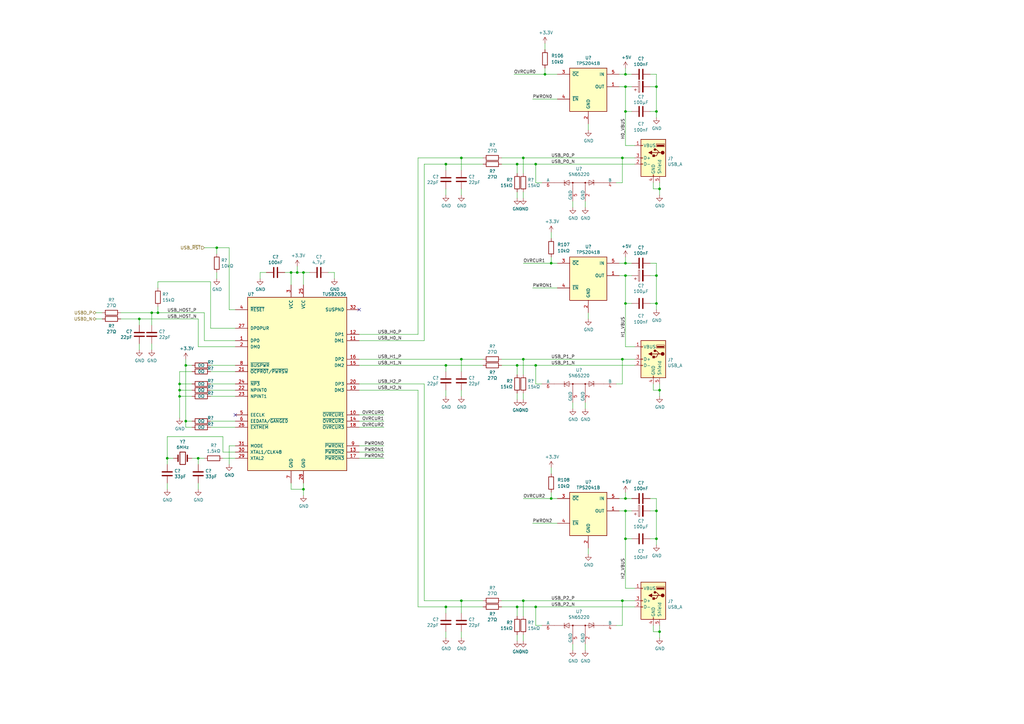
<source format=kicad_sch>
(kicad_sch (version 20230121) (generator eeschema)
  (paper "A3")
  (junction (at 270.51 77.47))
  (junction (at 269.24 209.55))
  (junction (at 255.27 147.32))
  (junction (at 88.9 101.6))
  (junction (at 124.46 111.76))
  (junction (at 269.24 35.56))
  (junction (at 212.09 248.92))
  (junction (at 255.27 246.38))
  (junction (at 269.24 113.03))
  (junction (at 73.66 160.02))
  (junction (at 219.71 67.31))
  (junction (at 214.63 246.38))
  (junction (at 219.71 149.86))
  (junction (at 62.23 128.27))
  (junction (at 256.54 45.72))
  (junction (at 119.38 111.76))
  (junction (at 256.54 107.95))
  (junction (at 269.24 124.46))
  (junction (at 76.2 149.86))
  (junction (at 226.06 107.95))
  (junction (at 256.54 124.46))
  (junction (at 255.27 64.77))
  (junction (at 189.23 64.77))
  (junction (at 270.51 160.02))
  (junction (at 189.23 246.38))
  (junction (at 189.23 147.32))
  (junction (at 212.09 149.86))
  (junction (at 68.58 187.96))
  (junction (at 81.28 187.96))
  (junction (at 182.88 67.31))
  (junction (at 182.88 149.86))
  (junction (at 121.92 111.76))
  (junction (at 73.66 157.48))
  (junction (at 214.63 147.32))
  (junction (at 226.06 204.47))
  (junction (at 219.71 248.92))
  (junction (at 256.54 30.48))
  (junction (at 57.15 130.81))
  (junction (at 124.46 200.66))
  (junction (at 182.88 248.92))
  (junction (at 76.2 172.72))
  (junction (at 256.54 113.03))
  (junction (at 256.54 204.47))
  (junction (at 256.54 209.55))
  (junction (at 269.24 45.72))
  (junction (at 269.24 220.98))
  (junction (at 270.51 259.08))
  (junction (at 212.09 67.31))
  (junction (at 214.63 64.77))
  (junction (at 256.54 220.98))
  (junction (at 256.54 35.56))
  (junction (at 223.52 30.48))
  (junction (at 73.66 162.56))
  (junction (at 64.77 128.27))
  (no_connect (at 96.52 170.18))
  (no_connect (at 147.32 127))
  (wire (pts (xy 119.38 198.12) (xy 119.38 200.66)))
  (wire (pts (xy 256.54 241.3) (xy 260.35 241.3)))
  (wire (pts (xy 93.98 182.88) (xy 93.98 190.5)))
  (wire (pts (xy 76.2 149.86) (xy 76.2 172.72)))
  (wire (pts (xy 255.27 147.32) (xy 255.27 157.48)))
  (wire (pts (xy 83.82 139.7) (xy 96.52 139.7)))
  (wire (pts (xy 205.74 149.86) (xy 212.09 149.86)))
  (wire (pts (xy 267.97 77.47) (xy 270.51 77.47)))
  (wire (pts (xy 240.03 82.55) (xy 240.03 85.09)))
  (wire (pts (xy 134.62 111.76) (xy 137.16 111.76)))
  (wire (pts (xy 256.54 35.56) (xy 256.54 45.72)))
  (wire (pts (xy 267.97 259.08) (xy 270.51 259.08)))
  (wire (pts (xy 266.7 220.98) (xy 269.24 220.98)))
  (wire (pts (xy 78.74 152.4) (xy 73.66 152.4)))
  (wire (pts (xy 116.84 111.76) (xy 119.38 111.76)))
  (wire (pts (xy 254 113.03) (xy 256.54 113.03)))
  (wire (pts (xy 212.09 149.86) (xy 219.71 149.86)))
  (wire (pts (xy 270.51 259.08) (xy 270.51 256.54)))
  (wire (pts (xy 157.48 185.42) (xy 147.32 185.42)))
  (wire (pts (xy 86.36 160.02) (xy 96.52 160.02)))
  (wire (pts (xy 269.24 220.98) (xy 269.24 223.52)))
  (wire (pts (xy 62.23 128.27) (xy 64.77 128.27)))
  (wire (pts (xy 214.63 147.32) (xy 255.27 147.32)))
  (wire (pts (xy 88.9 101.6) (xy 93.98 101.6)))
  (wire (pts (xy 256.54 124.46) (xy 256.54 142.24)))
  (wire (pts (xy 49.53 128.27) (xy 62.23 128.27)))
  (wire (pts (xy 212.09 161.29) (xy 212.09 163.83)))
  (wire (pts (xy 173.99 67.31) (xy 173.99 139.7)))
  (wire (pts (xy 189.23 259.08) (xy 189.23 261.62)))
  (wire (pts (xy 68.58 179.07) (xy 68.58 187.96)))
  (wire (pts (xy 240.03 264.16) (xy 240.03 266.7)))
  (wire (pts (xy 121.92 111.76) (xy 124.46 111.76)))
  (wire (pts (xy 189.23 77.47) (xy 189.23 80.01)))
  (wire (pts (xy 234.95 264.16) (xy 234.95 266.7)))
  (wire (pts (xy 119.38 200.66) (xy 124.46 200.66)))
  (wire (pts (xy 256.54 30.48) (xy 259.08 30.48)))
  (wire (pts (xy 260.35 67.31) (xy 219.71 67.31)))
  (wire (pts (xy 266.7 209.55) (xy 269.24 209.55)))
  (wire (pts (xy 256.54 220.98) (xy 259.08 220.98)))
  (wire (pts (xy 256.54 220.98) (xy 256.54 241.3)))
  (wire (pts (xy 234.95 82.55) (xy 234.95 85.09)))
  (wire (pts (xy 254 107.95) (xy 256.54 107.95)))
  (wire (pts (xy 241.3 50.8) (xy 241.3 53.34)))
  (wire (pts (xy 212.09 248.92) (xy 219.71 248.92)))
  (wire (pts (xy 182.88 67.31) (xy 198.12 67.31)))
  (wire (pts (xy 88.9 101.6) (xy 83.82 101.6)))
  (wire (pts (xy 73.66 160.02) (xy 73.66 162.56)))
  (wire (pts (xy 241.3 224.79) (xy 241.3 227.33)))
  (wire (pts (xy 260.35 246.38) (xy 255.27 246.38)))
  (wire (pts (xy 88.9 114.3) (xy 88.9 111.76)))
  (wire (pts (xy 91.44 185.42) (xy 91.44 179.07)))
  (wire (pts (xy 255.27 74.93) (xy 252.73 74.93)))
  (wire (pts (xy 218.44 214.63) (xy 228.6 214.63)))
  (wire (pts (xy 171.45 64.77) (xy 171.45 137.16)))
  (wire (pts (xy 266.7 107.95) (xy 269.24 107.95)))
  (wire (pts (xy 86.36 172.72) (xy 96.52 172.72)))
  (wire (pts (xy 83.82 187.96) (xy 81.28 187.96)))
  (wire (pts (xy 57.15 130.81) (xy 49.53 130.81)))
  (wire (pts (xy 219.71 157.48) (xy 222.25 157.48)))
  (wire (pts (xy 269.24 45.72) (xy 269.24 48.26)))
  (wire (pts (xy 96.52 134.62) (xy 86.36 134.62)))
  (wire (pts (xy 71.12 187.96) (xy 68.58 187.96)))
  (wire (pts (xy 270.51 160.02) (xy 270.51 162.56)))
  (wire (pts (xy 256.54 30.48) (xy 256.54 27.94)))
  (wire (pts (xy 219.71 256.54) (xy 222.25 256.54)))
  (wire (pts (xy 62.23 140.97) (xy 62.23 143.51)))
  (wire (pts (xy 147.32 147.32) (xy 189.23 147.32)))
  (wire (pts (xy 119.38 111.76) (xy 121.92 111.76)))
  (wire (pts (xy 240.03 165.1) (xy 240.03 167.64)))
  (wire (pts (xy 182.88 160.02) (xy 182.88 162.56)))
  (wire (pts (xy 119.38 116.84) (xy 119.38 111.76)))
  (wire (pts (xy 260.35 64.77) (xy 255.27 64.77)))
  (wire (pts (xy 254 30.48) (xy 256.54 30.48)))
  (wire (pts (xy 269.24 209.55) (xy 269.24 220.98)))
  (wire (pts (xy 260.35 147.32) (xy 255.27 147.32)))
  (wire (pts (xy 171.45 160.02) (xy 147.32 160.02)))
  (wire (pts (xy 106.68 114.3) (xy 106.68 111.76)))
  (wire (pts (xy 241.3 128.27) (xy 241.3 130.81)))
  (wire (pts (xy 171.45 160.02) (xy 171.45 248.92)))
  (wire (pts (xy 182.88 149.86) (xy 198.12 149.86)))
  (wire (pts (xy 214.63 147.32) (xy 214.63 153.67)))
  (wire (pts (xy 121.92 111.76) (xy 121.92 109.22)))
  (wire (pts (xy 78.74 187.96) (xy 81.28 187.96)))
  (wire (pts (xy 256.54 107.95) (xy 256.54 105.41)))
  (wire (pts (xy 173.99 157.48) (xy 147.32 157.48)))
  (wire (pts (xy 226.06 95.25) (xy 226.06 97.79)))
  (wire (pts (xy 93.98 101.6) (xy 93.98 127)))
  (wire (pts (xy 81.28 142.24) (xy 81.28 130.81)))
  (wire (pts (xy 212.09 78.74) (xy 212.09 81.28)))
  (wire (pts (xy 219.71 74.93) (xy 222.25 74.93)))
  (wire (pts (xy 157.48 182.88) (xy 147.32 182.88)))
  (wire (pts (xy 88.9 104.14) (xy 88.9 101.6)))
  (wire (pts (xy 182.88 248.92) (xy 198.12 248.92)))
  (wire (pts (xy 256.54 107.95) (xy 259.08 107.95)))
  (wire (pts (xy 78.74 157.48) (xy 73.66 157.48)))
  (wire (pts (xy 205.74 147.32) (xy 214.63 147.32)))
  (wire (pts (xy 68.58 198.12) (xy 68.58 200.66)))
  (wire (pts (xy 68.58 187.96) (xy 68.58 190.5)))
  (wire (pts (xy 218.44 40.64) (xy 228.6 40.64)))
  (wire (pts (xy 91.44 187.96) (xy 96.52 187.96)))
  (wire (pts (xy 266.7 35.56) (xy 269.24 35.56)))
  (wire (pts (xy 124.46 200.66) (xy 124.46 198.12)))
  (wire (pts (xy 198.12 147.32) (xy 189.23 147.32)))
  (wire (pts (xy 41.91 128.27) (xy 39.37 128.27)))
  (wire (pts (xy 256.54 142.24) (xy 260.35 142.24)))
  (wire (pts (xy 86.36 162.56) (xy 96.52 162.56)))
  (wire (pts (xy 62.23 128.27) (xy 62.23 133.35)))
  (wire (pts (xy 86.36 152.4) (xy 96.52 152.4)))
  (wire (pts (xy 214.63 204.47) (xy 226.06 204.47)))
  (wire (pts (xy 254 204.47) (xy 256.54 204.47)))
  (wire (pts (xy 256.54 113.03) (xy 259.08 113.03)))
  (wire (pts (xy 93.98 127) (xy 96.52 127)))
  (wire (pts (xy 269.24 35.56) (xy 269.24 45.72)))
  (wire (pts (xy 212.09 67.31) (xy 219.71 67.31)))
  (wire (pts (xy 223.52 17.78) (xy 223.52 20.32)))
  (wire (pts (xy 182.88 259.08) (xy 182.88 261.62)))
  (wire (pts (xy 173.99 139.7) (xy 147.32 139.7)))
  (wire (pts (xy 219.71 248.92) (xy 219.71 256.54)))
  (wire (pts (xy 214.63 64.77) (xy 255.27 64.77)))
  (wire (pts (xy 86.36 157.48) (xy 96.52 157.48)))
  (wire (pts (xy 205.74 64.77) (xy 214.63 64.77)))
  (wire (pts (xy 270.51 77.47) (xy 270.51 74.93)))
  (wire (pts (xy 255.27 64.77) (xy 255.27 74.93)))
  (wire (pts (xy 189.23 147.32) (xy 189.23 152.4)))
  (wire (pts (xy 64.77 115.57) (xy 64.77 118.11)))
  (wire (pts (xy 157.48 187.96) (xy 147.32 187.96)))
  (wire (pts (xy 219.71 67.31) (xy 219.71 74.93)))
  (wire (pts (xy 205.74 67.31) (xy 212.09 67.31)))
  (wire (pts (xy 212.09 248.92) (xy 212.09 252.73)))
  (wire (pts (xy 182.88 248.92) (xy 182.88 251.46)))
  (wire (pts (xy 189.23 64.77) (xy 189.23 69.85)))
  (wire (pts (xy 256.54 59.69) (xy 260.35 59.69)))
  (wire (pts (xy 223.52 30.48) (xy 228.6 30.48)))
  (wire (pts (xy 214.63 64.77) (xy 214.63 71.12)))
  (wire (pts (xy 64.77 128.27) (xy 83.82 128.27)))
  (wire (pts (xy 260.35 248.92) (xy 219.71 248.92)))
  (wire (pts (xy 255.27 256.54) (xy 252.73 256.54)))
  (wire (pts (xy 226.06 191.77) (xy 226.06 194.31)))
  (wire (pts (xy 198.12 64.77) (xy 189.23 64.77)))
  (wire (pts (xy 212.09 260.35) (xy 212.09 262.89)))
  (wire (pts (xy 212.09 67.31) (xy 212.09 71.12)))
  (wire (pts (xy 86.36 115.57) (xy 64.77 115.57)))
  (wire (pts (xy 226.06 201.93) (xy 226.06 204.47)))
  (wire (pts (xy 182.88 77.47) (xy 182.88 80.01)))
  (wire (pts (xy 223.52 27.94) (xy 223.52 30.48)))
  (wire (pts (xy 256.54 204.47) (xy 256.54 201.93)))
  (wire (pts (xy 39.37 130.81) (xy 41.91 130.81)))
  (wire (pts (xy 171.45 248.92) (xy 182.88 248.92)))
  (wire (pts (xy 78.74 149.86) (xy 76.2 149.86)))
  (wire (pts (xy 214.63 246.38) (xy 255.27 246.38)))
  (wire (pts (xy 173.99 67.31) (xy 182.88 67.31)))
  (wire (pts (xy 254 35.56) (xy 256.54 35.56)))
  (wire (pts (xy 266.7 113.03) (xy 269.24 113.03)))
  (wire (pts (xy 214.63 260.35) (xy 214.63 262.89)))
  (wire (pts (xy 137.16 111.76) (xy 137.16 114.3)))
  (wire (pts (xy 269.24 107.95) (xy 269.24 113.03)))
  (wire (pts (xy 198.12 246.38) (xy 189.23 246.38)))
  (wire (pts (xy 255.27 246.38) (xy 255.27 256.54)))
  (wire (pts (xy 266.7 30.48) (xy 269.24 30.48)))
  (wire (pts (xy 266.7 204.47) (xy 269.24 204.47)))
  (wire (pts (xy 269.24 124.46) (xy 269.24 127)))
  (wire (pts (xy 256.54 209.55) (xy 259.08 209.55)))
  (wire (pts (xy 256.54 209.55) (xy 256.54 220.98)))
  (wire (pts (xy 86.36 175.26) (xy 96.52 175.26)))
  (wire (pts (xy 147.32 149.86) (xy 182.88 149.86)))
  (wire (pts (xy 256.54 45.72) (xy 256.54 59.69)))
  (wire (pts (xy 270.51 157.48) (xy 270.51 160.02)))
  (wire (pts (xy 255.27 157.48) (xy 252.73 157.48)))
  (wire (pts (xy 234.95 165.1) (xy 234.95 167.64)))
  (wire (pts (xy 214.63 161.29) (xy 214.63 163.83)))
  (wire (pts (xy 86.36 134.62) (xy 86.36 115.57)))
  (wire (pts (xy 81.28 187.96) (xy 81.28 190.5)))
  (wire (pts (xy 214.63 246.38) (xy 214.63 252.73)))
  (wire (pts (xy 73.66 162.56) (xy 73.66 171.45)))
  (wire (pts (xy 157.48 175.26) (xy 147.32 175.26)))
  (wire (pts (xy 96.52 185.42) (xy 91.44 185.42)))
  (wire (pts (xy 81.28 130.81) (xy 57.15 130.81)))
  (wire (pts (xy 78.74 160.02) (xy 73.66 160.02)))
  (wire (pts (xy 266.7 45.72) (xy 269.24 45.72)))
  (wire (pts (xy 76.2 149.86) (xy 76.2 147.32)))
  (wire (pts (xy 210.82 30.48) (xy 223.52 30.48)))
  (wire (pts (xy 96.52 182.88) (xy 93.98 182.88)))
  (wire (pts (xy 76.2 172.72) (xy 76.2 175.26)))
  (wire (pts (xy 78.74 162.56) (xy 73.66 162.56)))
  (wire (pts (xy 205.74 246.38) (xy 214.63 246.38)))
  (wire (pts (xy 173.99 157.48) (xy 173.99 246.38)))
  (wire (pts (xy 96.52 142.24) (xy 81.28 142.24)))
  (wire (pts (xy 157.48 172.72) (xy 147.32 172.72)))
  (wire (pts (xy 73.66 152.4) (xy 73.66 157.48)))
  (wire (pts (xy 256.54 113.03) (xy 256.54 124.46)))
  (wire (pts (xy 256.54 45.72) (xy 259.08 45.72)))
  (wire (pts (xy 124.46 200.66) (xy 124.46 203.2)))
  (wire (pts (xy 269.24 30.48) (xy 269.24 35.56)))
  (wire (pts (xy 189.23 160.02) (xy 189.23 162.56)))
  (wire (pts (xy 81.28 198.12) (xy 81.28 200.66)))
  (wire (pts (xy 171.45 64.77) (xy 189.23 64.77)))
  (wire (pts (xy 205.74 248.92) (xy 212.09 248.92)))
  (wire (pts (xy 266.7 124.46) (xy 269.24 124.46)))
  (wire (pts (xy 214.63 78.74) (xy 214.63 81.28)))
  (wire (pts (xy 269.24 204.47) (xy 269.24 209.55)))
  (wire (pts (xy 91.44 179.07) (xy 68.58 179.07)))
  (wire (pts (xy 226.06 107.95) (xy 228.6 107.95)))
  (wire (pts (xy 86.36 149.86) (xy 96.52 149.86)))
  (wire (pts (xy 267.97 160.02) (xy 270.51 160.02)))
  (wire (pts (xy 57.15 133.35) (xy 57.15 130.81)))
  (wire (pts (xy 214.63 107.95) (xy 226.06 107.95)))
  (wire (pts (xy 76.2 172.72) (xy 78.74 172.72)))
  (wire (pts (xy 124.46 116.84) (xy 124.46 111.76)))
  (wire (pts (xy 76.2 175.26) (xy 78.74 175.26)))
  (wire (pts (xy 267.97 74.93) (xy 267.97 77.47)))
  (wire (pts (xy 73.66 157.48) (xy 73.66 160.02)))
  (wire (pts (xy 226.06 105.41) (xy 226.06 107.95)))
  (wire (pts (xy 267.97 157.48) (xy 267.97 160.02)))
  (wire (pts (xy 256.54 124.46) (xy 259.08 124.46)))
  (wire (pts (xy 57.15 140.97) (xy 57.15 143.51)))
  (wire (pts (xy 124.46 111.76) (xy 127 111.76)))
  (wire (pts (xy 171.45 137.16) (xy 147.32 137.16)))
  (wire (pts (xy 254 209.55) (xy 256.54 209.55)))
  (wire (pts (xy 218.44 118.11) (xy 228.6 118.11)))
  (wire (pts (xy 256.54 204.47) (xy 259.08 204.47)))
  (wire (pts (xy 256.54 35.56) (xy 259.08 35.56)))
  (wire (pts (xy 270.51 259.08) (xy 270.51 261.62)))
  (wire (pts (xy 260.35 149.86) (xy 219.71 149.86)))
  (wire (pts (xy 106.68 111.76) (xy 109.22 111.76)))
  (wire (pts (xy 182.88 67.31) (xy 182.88 69.85)))
  (wire (pts (xy 83.82 128.27) (xy 83.82 139.7)))
  (wire (pts (xy 269.24 113.03) (xy 269.24 124.46)))
  (wire (pts (xy 173.99 246.38) (xy 189.23 246.38)))
  (wire (pts (xy 219.71 149.86) (xy 219.71 157.48)))
  (wire (pts (xy 226.06 204.47) (xy 228.6 204.47)))
  (wire (pts (xy 64.77 128.27) (xy 64.77 125.73)))
  (wire (pts (xy 270.51 77.47) (xy 270.51 80.01)))
  (wire (pts (xy 189.23 246.38) (xy 189.23 251.46)))
  (wire (pts (xy 182.88 149.86) (xy 182.88 152.4)))
  (wire (pts (xy 212.09 149.86) (xy 212.09 153.67)))
  (wire (pts (xy 267.97 256.54) (xy 267.97 259.08)))
  (wire (pts (xy 157.48 170.18) (xy 147.32 170.18)))
  (label "USB_P2_N" (at 226.06 248.92 0))
  (label "USB_P0_P" (at 226.06 64.77 0))
  (label "OVRCUR2" (at 157.48 175.26 180))
  (label "PWRON2" (at 157.48 187.96 180))
  (label "USB_H1_N" (at 154.94 149.86 0))
  (label "PWRON0" (at 157.48 182.88 180))
  (label "OVRCUR1" (at 157.48 172.72 180))
  (label "USB_HOST_P" (at 68.58 128.27 0))
  (label "USB_P0_N" (at 226.06 67.31 0))
  (label "PWRON1" (at 157.48 185.42 180))
  (label "OVRCUR1" (at 214.63 107.95 0))
  (label "PWRON2" (at 218.44 214.63 0))
  (label "USB_H2_N" (at 154.94 160.02 0))
  (label "USB_P2_P" (at 226.06 246.38 0))
  (label "OVRCUR0" (at 157.48 170.18 180))
  (label "OVRCUR0" (at 210.82 30.48 0))
  (label "H0_VBUS" (at 256.54 57.15 90))
  (label "PWRON1" (at 218.44 118.11 0))
  (label "H1_VBUS" (at 256.54 138.43 90))
  (label "USB_H1_P" (at 154.94 147.32 0))
  (label "H2_VBUS" (at 256.54 237.49 90))
  (label "USB_P1_P" (at 226.06 147.32 0))
  (label "USB_H0_N" (at 154.94 139.7 0))
  (label "USB_HOST_N" (at 68.58 130.81 0))
  (label "USB_P1_N" (at 226.06 149.86 0))
  (label "USB_H2_P" (at 154.94 157.48 0))
  (label "PWRON0" (at 218.44 40.64 0))
  (label "OVRCUR2" (at 214.63 204.47 0))
  (label "USB_H0_P" (at 154.94 137.16 0))
  (hierarchical_label "USB_~{RST}" (shape input) (at 83.82 101.6 180))
  (hierarchical_label "USBD_N" (shape bidirectional) (at 39.37 130.81 180))
  (hierarchical_label "USBD_P" (shape bidirectional) (at 39.37 128.27 180))
  (symbol (lib_id "power:GND") (at 240.03 266.7 0) (unit 1)
    (property "Reference" "#PWR?" (effects hide))
    (property "Value" "GND" (at 240.157 271.0942 0))
    (instances (project "stmpc2" (path "" (reference "#PWR?") (unit 1))) (project "d1000" (path "" (reference "#PWR0137") (unit 1))))
  )
  (symbol (lib_id "power:+3.3V") (at 121.92 109.22 0) (unit 1)
    (property "Reference" "#PWR?" (effects hide))
    (property "Value" "+3.3V" (at 122.301 104.8258 0))
    (instances (project "stmpc2" (path "" (reference "#PWR?") (unit 1))) (project "d1000" (path "" (reference "#PWR0114") (unit 1))))
  )
  (symbol (lib_id "Device:R") (at 201.93 64.77 270) (unit 1)
    (property "Reference" "R?" (at 201.93 59.5122 90))
    (property "Value" "27Ω" (at 201.93 61.8236 90))
    (property "Footprint" "Resistor_SMD:R_0603_1608Metric_Pad0.98x0.95mm_HandSolder" (effects hide))
    (instances (project "stmpc2" (path "" (reference "R?") (unit 1))) (project "d1000" (path "" (reference "R94") (unit 1))))
  )
  (symbol (lib_id "power:GND") (at 57.15 143.51 0) (unit 1)
    (property "Reference" "#PWR?" (effects hide))
    (property "Value" "GND" (at 57.277 147.9042 0))
    (instances (project "stmpc2" (path "" (reference "#PWR?") (unit 1))) (project "d1000" (path "" (reference "#PWR0105") (unit 1))))
  )
  (symbol (lib_id "power:GND") (at 240.03 167.64 0) (unit 1)
    (property "Reference" "#PWR?" (effects hide))
    (property "Value" "GND" (at 240.157 172.0342 0))
    (instances (project "stmpc2" (path "" (reference "#PWR?") (unit 1))) (project "d1000" (path "" (reference "#PWR0136") (unit 1))))
  )
  (symbol (lib_id "Device:R") (at 212.09 256.54 180) (unit 1)
    (property "Reference" "R?" (at 210.312 255.3716 0) (effects (justify left)))
    (property "Value" "15kΩ" (at 210.312 257.683 0) (effects (justify left)))
    (property "Footprint" "Resistor_SMD:R_0603_1608Metric_Pad0.98x0.95mm_HandSolder" (effects hide))
    (instances (project "stmpc2" (path "" (reference "R?") (unit 1))) (project "d1000" (path "" (reference "R102") (unit 1))))
  )
  (symbol (lib_id "Device:R") (at 82.55 172.72 270) (unit 1)
    (property "Reference" "R?" (at 85.09 171.45 90) (effects (justify left)))
    (property "Value" "0Ω" (at 82.55 172.72 90))
    (property "Footprint" "Resistor_SMD:R_0603_1608Metric_Pad0.98x0.95mm_HandSolder" (effects hide))
    (instances (project "stmpc2" (path "" (reference "R?") (unit 1))) (project "d1000" (path "" (reference "R90") (unit 1))))
  )
  (symbol (lib_id "Device:C") (at 262.89 30.48 270) (unit 1)
    (property "Reference" "C?" (at 262.89 24.0792 90))
    (property "Value" "100nF" (at 262.89 26.3906 90))
    (property "Footprint" "Capacitor_SMD:C_0603_1608Metric_Pad1.08x0.95mm_HandSolder" (effects hide))
    (property "Part number" "Generic 0603 X7R  50V 10%" (effects hide))
    (instances (project "stmpc2" (path "" (reference "C?") (unit 1))) (project "d1000" (path "" (reference "C78") (unit 1))))
  )
  (symbol (lib_id "power:GND") (at 269.24 48.26 0) (unit 1)
    (property "Reference" "#PWR?" (effects hide))
    (property "Value" "GND" (at 269.367 52.6542 0))
    (instances (project "stmpc2" (path "" (reference "#PWR?") (unit 1))) (project "d1000" (path "" (reference "#PWR0144") (unit 1))))
  )
  (symbol (lib_id "power:GND") (at 234.95 266.7 0) (unit 1)
    (property "Reference" "#PWR?" (effects hide))
    (property "Value" "GND" (at 235.077 271.0942 0))
    (instances (project "stmpc2" (path "" (reference "#PWR?") (unit 1))) (project "d1000" (path "" (reference "#PWR0134") (unit 1))))
  )
  (symbol (lib_id "power:+5V") (at 256.54 27.94 0) (unit 1)
    (property "Reference" "#PWR?" (effects hide))
    (property "Value" "+5V" (at 256.921 23.5458 0))
    (instances (project "stmpc2" (path "" (reference "#PWR?") (unit 1))) (project "d1000" (path "" (reference "#PWR0141") (unit 1))))
  )
  (symbol (lib_id "Connector:USB_A") (at 267.97 147.32 0) (mirror y) (unit 1)
    (property "Reference" "J?" (at 273.812 147.5994 0) (effects (justify right)))
    (property "Value" "USB_A" (at 273.812 149.9108 0) (effects (justify right)))
    (property "Footprint" "Connector_USB:USB_A_Molex_67643_Horizontal" (effects hide))
    (property "Datasheet" " ~" (effects hide))
    (instances (project "stmpc2" (path "" (reference "J?") (unit 1))) (project "d1000" (path "" (reference "J10") (unit 1))))
  )
  (symbol (lib_id "Device:R") (at 201.93 147.32 270) (unit 1)
    (property "Reference" "R?" (at 201.93 142.0622 90))
    (property "Value" "27Ω" (at 201.93 144.3736 90))
    (property "Footprint" "Resistor_SMD:R_0603_1608Metric_Pad0.98x0.95mm_HandSolder" (effects hide))
    (instances (project "stmpc2" (path "" (reference "R?") (unit 1))) (project "d1000" (path "" (reference "R96") (unit 1))))
  )
  (symbol (lib_id "power:GND") (at 269.24 127 0) (unit 1)
    (property "Reference" "#PWR?" (effects hide))
    (property "Value" "GND" (at 269.367 131.3942 0))
    (instances (project "stmpc2" (path "" (reference "#PWR?") (unit 1))) (project "d1000" (path "" (reference "#PWR0145") (unit 1))))
  )
  (symbol (lib_id "power:GND") (at 212.09 81.28 0) (unit 1)
    (property "Reference" "#PWR?" (effects hide))
    (property "Value" "GND" (at 212.217 85.6742 0))
    (instances (project "stmpc2" (path "" (reference "#PWR?") (unit 1))) (project "d1000" (path "" (reference "#PWR0123") (unit 1))))
  )
  (symbol (lib_id "Device:C") (at 68.58 194.31 0) (unit 1)
    (property "Reference" "C?" (at 71.501 193.1416 0) (effects (justify left)))
    (property "Value" "33pF" (at 71.501 195.453 0) (effects (justify left)))
    (property "Footprint" "Capacitor_SMD:C_0603_1608Metric_Pad1.08x0.95mm_HandSolder" (effects hide))
    (instances (project "stmpc2" (path "" (reference "C?") (unit 1))) (project "d1000" (path "" (reference "C68") (unit 1))))
  )
  (symbol (lib_id "power:GND") (at 240.03 85.09 0) (unit 1)
    (property "Reference" "#PWR?" (effects hide))
    (property "Value" "GND" (at 240.157 89.4842 0))
    (instances (project "stmpc2" (path "" (reference "#PWR?") (unit 1))) (project "d1000" (path "" (reference "#PWR0135") (unit 1))))
  )
  (symbol (lib_id "power:GND") (at 68.58 200.66 0) (unit 1)
    (property "Reference" "#PWR?" (effects hide))
    (property "Value" "GND" (at 68.707 205.0542 0))
    (instances (project "stmpc2" (path "" (reference "#PWR?") (unit 1))) (project "d1000" (path "" (reference "#PWR0107") (unit 1))))
  )
  (symbol (lib_id "power:GND") (at 182.88 80.01 0) (unit 1)
    (property "Reference" "#PWR?" (effects hide))
    (property "Value" "GND" (at 183.007 84.4042 0))
    (instances (project "stmpc2" (path "" (reference "#PWR?") (unit 1))) (project "d1000" (path "" (reference "#PWR0117") (unit 1))))
  )
  (symbol (lib_id "Connector:USB_A") (at 267.97 64.77 0) (mirror y) (unit 1)
    (property "Reference" "J?" (at 273.812 65.0494 0) (effects (justify right)))
    (property "Value" "USB_A" (at 273.812 67.3608 0) (effects (justify right)))
    (property "Footprint" "Connector_USB:USB_A_Molex_67643_Horizontal" (effects hide))
    (property "Datasheet" " ~" (effects hide))
    (instances (project "stmpc2" (path "" (reference "J?") (unit 1))) (project "d1000" (path "" (reference "J9") (unit 1))))
  )
  (symbol (lib_id "power:GND") (at 182.88 261.62 0) (unit 1)
    (property "Reference" "#PWR?" (effects hide))
    (property "Value" "GND" (at 183.007 266.0142 0))
    (instances (project "stmpc2" (path "" (reference "#PWR?") (unit 1))) (project "d1000" (path "" (reference "#PWR0119") (unit 1))))
  )
  (symbol (lib_id "power:GND") (at 270.51 80.01 0) (unit 1)
    (property "Reference" "#PWR?" (effects hide))
    (property "Value" "GND" (at 270.637 84.4042 0))
    (instances (project "stmpc2" (path "" (reference "#PWR?") (unit 1))) (project "d1000" (path "" (reference "#PWR0147") (unit 1))))
  )
  (symbol (lib_id "power:GND") (at 212.09 262.89 0) (unit 1)
    (property "Reference" "#PWR?" (effects hide))
    (property "Value" "GND" (at 212.217 267.2842 0))
    (instances (project "stmpc2" (path "" (reference "#PWR?") (unit 1))) (project "d1000" (path "" (reference "#PWR0125") (unit 1))))
  )
  (symbol (lib_id "Device:R") (at 201.93 67.31 270) (unit 1)
    (property "Reference" "R?" (at 201.93 70.231 90))
    (property "Value" "27Ω" (at 201.93 72.5424 90))
    (property "Footprint" "Resistor_SMD:R_0603_1608Metric_Pad0.98x0.95mm_HandSolder" (effects hide))
    (instances (project "stmpc2" (path "" (reference "R?") (unit 1))) (project "d1000" (path "" (reference "R95") (unit 1))))
  )
  (symbol (lib_id "power:GND") (at 88.9 114.3 0) (unit 1)
    (property "Reference" "#PWR?" (effects hide))
    (property "Value" "GND" (at 89.027 118.6942 0))
    (instances (project "stmpc2" (path "" (reference "#PWR?") (unit 1))) (project "d1000" (path "" (reference "#PWR0111") (unit 1))))
  )
  (symbol (lib_id "Device:C_Polarized") (at 262.89 35.56 90) (unit 1)
    (property "Reference" "C?" (at 262.89 39.7002 90))
    (property "Value" "100µF" (at 262.89 42.0116 90))
    (property "Footprint" "Capacitor_SMD:CP_Elec_8x6.2" (effects hide))
    (instances (project "stmpc2" (path "" (reference "C?") (unit 1))) (project "d1000" (path "" (reference "C79") (unit 1))))
  )
  (symbol (lib_id "Interface_USB:TUSB2036") (at 121.92 157.48 0) (unit 1)
    (property "Reference" "U?" (at 102.87 120.65 0))
    (property "Value" "TUSB2036" (at 137.16 120.65 0))
    (property "Footprint" "Package_QFP:LQFP-32_7x7mm_P0.8mm" (effects hide))
    (property "Datasheet" "http://www.ti.com/lit/ds/symlink/tusb2036.pdf" (effects hide))
    (instances (project "stmpc2" (path "" (reference "U?") (unit 1))) (project "d1000" (path "" (reference "U13") (unit 1))))
  )
  (symbol (lib_id "power:GND") (at 81.28 200.66 0) (unit 1)
    (property "Reference" "#PWR?" (effects hide))
    (property "Value" "GND" (at 81.407 205.0542 0))
    (instances (project "stmpc2" (path "" (reference "#PWR?") (unit 1))) (project "d1000" (path "" (reference "#PWR0110") (unit 1))))
  )
  (symbol (lib_id "Device:C") (at 262.89 107.95 270) (unit 1)
    (property "Reference" "C?" (at 262.89 101.5492 90))
    (property "Value" "100nF" (at 262.89 103.8606 90))
    (property "Footprint" "Capacitor_SMD:C_0603_1608Metric_Pad1.08x0.95mm_HandSolder" (effects hide))
    (property "Part number" "Generic 0603 X7R  50V 10%" (effects hide))
    (instances (project "stmpc2" (path "" (reference "C?") (unit 1))) (project "d1000" (path "" (reference "C80") (unit 1))))
  )
  (symbol (lib_id "Device:C") (at 262.89 45.72 270) (unit 1)
    (property "Reference" "C?" (at 262.89 50.8 90))
    (property "Value" "100nF" (at 262.89 53.34 90))
    (property "Footprint" "Capacitor_SMD:C_0603_1608Metric_Pad1.08x0.95mm_HandSolder" (effects hide))
    (property "Part number" "Generic 0603 X7R  50V 10%" (effects hide))
    (instances (project "stmpc2" (path "" (reference "C?") (unit 1))) (project "d1000" (path "" (reference "C95") (unit 1))))
  )
  (symbol (lib_id "power:GND") (at 214.63 163.83 0) (unit 1)
    (property "Reference" "#PWR?" (effects hide))
    (property "Value" "GND" (at 214.757 168.2242 0))
    (instances (project "stmpc2" (path "" (reference "#PWR?") (unit 1))) (project "d1000" (path "" (reference "#PWR0127") (unit 1))))
  )
  (symbol (lib_id "power:GND") (at 214.63 81.28 0) (unit 1)
    (property "Reference" "#PWR?" (effects hide))
    (property "Value" "GND" (at 214.757 85.6742 0))
    (instances (project "stmpc2" (path "" (reference "#PWR?") (unit 1))) (project "d1000" (path "" (reference "#PWR0126") (unit 1))))
  )
  (symbol (lib_id "Device:C") (at 262.89 204.47 270) (unit 1)
    (property "Reference" "C?" (at 262.89 198.0692 90))
    (property "Value" "100nF" (at 262.89 200.3806 90))
    (property "Footprint" "Capacitor_SMD:C_0603_1608Metric_Pad1.08x0.95mm_HandSolder" (effects hide))
    (property "Part number" "Generic 0603 X7R  50V 10%" (effects hide))
    (instances (project "stmpc2" (path "" (reference "C?") (unit 1))) (project "d1000" (path "" (reference "C82") (unit 1))))
  )
  (symbol (lib_id "power:GND") (at 182.88 162.56 0) (unit 1)
    (property "Reference" "#PWR?" (effects hide))
    (property "Value" "GND" (at 183.007 166.9542 0))
    (instances (project "stmpc2" (path "" (reference "#PWR?") (unit 1))) (project "d1000" (path "" (reference "#PWR0118") (unit 1))))
  )
  (symbol (lib_id "power:GND") (at 93.98 190.5 0) (unit 1)
    (property "Reference" "#PWR?" (effects hide))
    (property "Value" "GND" (at 94.107 194.8942 0))
    (instances (project "stmpc2" (path "" (reference "#PWR?") (unit 1))) (project "d1000" (path "" (reference "#PWR0112") (unit 1))))
  )
  (symbol (lib_id "extras:SN65220") (at 237.49 256.54 0) (unit 1)
    (property "Reference" "U?" (at 237.49 250.825 0))
    (property "Value" "SN65220" (at 237.49 253.1364 0))
    (property "Footprint" "Package_TO_SOT_SMD:SOT-23-6" (effects hide))
    (property "Datasheet" "http://www.ti.com/lit/ds/symlink/sn65220.pdf" (effects hide))
    (instances (project "stmpc2" (path "" (reference "U?") (unit 1))) (project "d1000" (path "" (reference "U16") (unit 1))))
  )
  (symbol (lib_id "Device:C") (at 189.23 156.21 0) (unit 1)
    (property "Reference" "C?" (at 192.151 155.0416 0) (effects (justify left)))
    (property "Value" "22pF" (at 192.151 157.353 0) (effects (justify left)))
    (property "Footprint" "Capacitor_SMD:C_0603_1608Metric_Pad1.08x0.95mm_HandSolder" (effects hide))
    (instances (project "stmpc2" (path "" (reference "C?") (unit 1))) (project "d1000" (path "" (reference "C76") (unit 1))))
  )
  (symbol (lib_id "Device:R") (at 226.06 198.12 0) (unit 1)
    (property "Reference" "R108" (at 228.6 196.85 0) (effects (justify left)))
    (property "Value" "10kΩ" (at 228.6 199.39 0) (effects (justify left)))
    (property "Footprint" "Resistor_SMD:R_0603_1608Metric_Pad0.98x0.95mm_HandSolder" (effects hide))
  )
  (symbol (lib_id "power:GND") (at 214.63 262.89 0) (unit 1)
    (property "Reference" "#PWR?" (effects hide))
    (property "Value" "GND" (at 214.757 267.2842 0))
    (instances (project "stmpc2" (path "" (reference "#PWR?") (unit 1))) (project "d1000" (path "" (reference "#PWR0128") (unit 1))))
  )
  (symbol (lib_id "Power_Management:TPS2041B") (at 241.3 113.03 0) (unit 1)
    (property "Reference" "U?" (at 241.3 101.1682 0))
    (property "Value" "TPS2041B" (at 241.3 103.4796 0))
    (property "Footprint" "Package_TO_SOT_SMD:SOT-23-5" (effects hide))
    (property "Datasheet" "http://www.ti.com/lit/ds/symlink/tps2041.pdf" (effects hide))
    (instances (project "stmpc2" (path "" (reference "U?") (unit 1))) (project "d1000" (path "" (reference "U18") (unit 1))))
  )
  (symbol (lib_id "power:+3.3V") (at 76.2 147.32 0) (unit 1)
    (property "Reference" "#PWR?" (effects hide))
    (property "Value" "+3.3V" (at 76.581 142.9258 0))
    (instances (project "stmpc2" (path "" (reference "#PWR?") (unit 1))) (project "d1000" (path "" (reference "#PWR0109") (unit 1))))
  )
  (symbol (lib_id "extras:SN65220") (at 237.49 157.48 0) (unit 1)
    (property "Reference" "U?" (at 237.49 151.765 0))
    (property "Value" "SN65220" (at 237.49 154.0764 0))
    (property "Footprint" "Package_TO_SOT_SMD:SOT-23-6" (effects hide))
    (property "Datasheet" "http://www.ti.com/lit/ds/symlink/sn65220.pdf" (effects hide))
    (instances (project "stmpc2" (path "" (reference "U?") (unit 1))) (project "d1000" (path "" (reference "U15") (unit 1))))
  )
  (symbol (lib_id "Device:C") (at 182.88 73.66 0) (unit 1)
    (property "Reference" "C?" (at 179.9844 72.4916 0) (effects (justify right)))
    (property "Value" "22pF" (at 179.9844 74.803 0) (effects (justify right)))
    (property "Footprint" "Capacitor_SMD:C_0603_1608Metric_Pad1.08x0.95mm_HandSolder" (effects hide))
    (instances (project "stmpc2" (path "" (reference "C?") (unit 1))) (project "d1000" (path "" (reference "C72") (unit 1))))
  )
  (symbol (lib_id "power:GND") (at 189.23 162.56 0) (unit 1)
    (property "Reference" "#PWR?" (effects hide))
    (property "Value" "GND" (at 189.357 166.9542 0))
    (instances (project "stmpc2" (path "" (reference "#PWR?") (unit 1))) (project "d1000" (path "" (reference "#PWR0121") (unit 1))))
  )
  (symbol (lib_id "power:GND") (at 62.23 143.51 0) (unit 1)
    (property "Reference" "#PWR?" (effects hide))
    (property "Value" "GND" (at 62.357 147.9042 0))
    (instances (project "stmpc2" (path "" (reference "#PWR?") (unit 1))) (project "d1000" (path "" (reference "#PWR0106") (unit 1))))
  )
  (symbol (lib_id "Device:R") (at 87.63 187.96 270) (unit 1)
    (property "Reference" "R?" (at 87.63 182.7022 90))
    (property "Value" "1.5kΩ" (at 87.63 185.0136 90))
    (property "Footprint" "Resistor_SMD:R_0603_1608Metric_Pad0.98x0.95mm_HandSolder" (effects hide))
    (instances (project "stmpc2" (path "" (reference "R?") (unit 1))) (project "d1000" (path "" (reference "R92") (unit 1))))
  )
  (symbol (lib_id "power:GND") (at 241.3 227.33 0) (unit 1)
    (property "Reference" "#PWR?" (effects hide))
    (property "Value" "GND" (at 241.427 231.7242 0))
    (instances (project "stmpc2" (path "" (reference "#PWR?") (unit 1))) (project "d1000" (path "" (reference "#PWR0140") (unit 1))))
  )
  (symbol (lib_id "Device:Crystal") (at 74.93 187.96 0) (unit 1)
    (property "Reference" "Y?" (at 74.93 181.1528 0))
    (property "Value" "6MHz" (at 74.93 183.4642 0))
    (property "Footprint" "Crystal:Crystal_SMD_HC49-SD" (effects hide))
    (property "Part number" "ABLS-6.000MHZ-20-B-4-Y-T" (effects hide))
    (instances (project "stmpc2" (path "" (reference "Y?") (unit 1))) (project "d1000" (path "" (reference "Y3") (unit 1))))
  )
  (symbol (lib_id "Device:C") (at 189.23 255.27 0) (unit 1)
    (property "Reference" "C?" (at 192.151 254.1016 0) (effects (justify left)))
    (property "Value" "22pF" (at 192.151 256.413 0) (effects (justify left)))
    (property "Footprint" "Capacitor_SMD:C_0603_1608Metric_Pad1.08x0.95mm_HandSolder" (effects hide))
    (instances (project "stmpc2" (path "" (reference "C?") (unit 1))) (project "d1000" (path "" (reference "C77") (unit 1))))
  )
  (symbol (lib_id "power:GND") (at 137.16 114.3 0) (unit 1)
    (property "Reference" "#PWR?" (effects hide))
    (property "Value" "GND" (at 137.287 118.6942 0))
    (instances (project "stmpc2" (path "" (reference "#PWR?") (unit 1))) (project "d1000" (path "" (reference "#PWR0116") (unit 1))))
  )
  (symbol (lib_id "Device:R") (at 82.55 175.26 270) (unit 1)
    (property "Reference" "R?" (at 85.09 173.99 90) (effects (justify left)))
    (property "Value" "0Ω" (at 82.55 175.26 90))
    (property "Footprint" "Resistor_SMD:R_0603_1608Metric_Pad0.98x0.95mm_HandSolder" (effects hide))
    (instances (project "stmpc2" (path "" (reference "R?") (unit 1))) (project "d1000" (path "" (reference "R91") (unit 1))))
  )
  (symbol (lib_id "Device:R") (at 226.06 101.6 0) (unit 1)
    (property "Reference" "R107" (at 228.6 100.33 0) (effects (justify left)))
    (property "Value" "10kΩ" (at 228.6 102.87 0) (effects (justify left)))
    (property "Footprint" "Resistor_SMD:R_0603_1608Metric_Pad0.98x0.95mm_HandSolder" (effects hide))
  )
  (symbol (lib_id "Device:C") (at 182.88 156.21 0) (unit 1)
    (property "Reference" "C?" (at 179.9844 155.0416 0) (effects (justify right)))
    (property "Value" "22pF" (at 179.9844 157.353 0) (effects (justify right)))
    (property "Footprint" "Capacitor_SMD:C_0603_1608Metric_Pad1.08x0.95mm_HandSolder" (effects hide))
    (instances (project "stmpc2" (path "" (reference "C?") (unit 1))) (project "d1000" (path "" (reference "C73") (unit 1))))
  )
  (symbol (lib_id "power:+3.3V") (at 226.06 191.77 0) (unit 1)
    (property "Reference" "#PWR?" (effects hide))
    (property "Value" "+3.3V" (at 226.441 187.3758 0))
    (instances (project "stmpc2" (path "" (reference "#PWR?") (unit 1))) (project "d1000" (path "" (reference "#PWR0131") (unit 1))))
  )
  (symbol (lib_id "power:GND") (at 270.51 261.62 0) (unit 1)
    (property "Reference" "#PWR?" (effects hide))
    (property "Value" "GND" (at 270.637 266.0142 0))
    (instances (project "stmpc2" (path "" (reference "#PWR?") (unit 1))) (project "d1000" (path "" (reference "#PWR0149") (unit 1))))
  )
  (symbol (lib_id "Device:R") (at 82.55 152.4 270) (unit 1)
    (property "Reference" "R?" (at 85.09 151.13 90) (effects (justify left)))
    (property "Value" "0Ω" (at 82.55 152.4 90))
    (property "Footprint" "Resistor_SMD:R_0603_1608Metric_Pad0.98x0.95mm_HandSolder" (effects hide))
    (instances (project "stmpc2" (path "" (reference "R?") (unit 1))) (project "d1000" (path "" (reference "R86") (unit 1))))
  )
  (symbol (lib_id "power:GND") (at 124.46 203.2 0) (unit 1)
    (property "Reference" "#PWR?" (effects hide))
    (property "Value" "GND" (at 124.587 207.5942 0))
    (instances (project "stmpc2" (path "" (reference "#PWR?") (unit 1))) (project "d1000" (path "" (reference "#PWR0115") (unit 1))))
  )
  (symbol (lib_id "Device:C") (at 57.15 137.16 0) (unit 1)
    (property "Reference" "C?" (at 54.2544 135.9916 0) (effects (justify right)))
    (property "Value" "22pF" (at 54.2544 138.303 0) (effects (justify right)))
    (property "Footprint" "Capacitor_SMD:C_0603_1608Metric_Pad1.08x0.95mm_HandSolder" (effects hide))
    (instances (project "stmpc2" (path "" (reference "C?") (unit 1))) (project "d1000" (path "" (reference "C66") (unit 1))))
  )
  (symbol (lib_id "Device:C") (at 130.81 111.76 270) (unit 1)
    (property "Reference" "C?" (at 130.81 105.3592 90))
    (property "Value" "4.7µF" (at 130.81 107.6706 90))
    (property "Footprint" "Capacitor_SMD:C_0805_2012Metric_Pad1.18x1.45mm_HandSolder" (effects hide))
    (instances (project "stmpc2" (path "" (reference "C?") (unit 1))) (project "d1000" (path "" (reference "C71") (unit 1))))
  )
  (symbol (lib_id "Device:C") (at 62.23 137.16 0) (unit 1)
    (property "Reference" "C?" (at 65.151 135.9916 0) (effects (justify left)))
    (property "Value" "22pF" (at 65.151 138.303 0) (effects (justify left)))
    (property "Footprint" "Capacitor_SMD:C_0603_1608Metric_Pad1.08x0.95mm_HandSolder" (effects hide))
    (instances (project "stmpc2" (path "" (reference "C?") (unit 1))) (project "d1000" (path "" (reference "C67") (unit 1))))
  )
  (symbol (lib_id "Device:R") (at 212.09 74.93 180) (unit 1)
    (property "Reference" "R?" (at 210.312 73.7616 0) (effects (justify left)))
    (property "Value" "15kΩ" (at 210.312 76.073 0) (effects (justify left)))
    (property "Footprint" "Resistor_SMD:R_0603_1608Metric_Pad0.98x0.95mm_HandSolder" (effects hide))
    (instances (project "stmpc2" (path "" (reference "R?") (unit 1))) (project "d1000" (path "" (reference "R100") (unit 1))))
  )
  (symbol (lib_id "Device:R") (at 214.63 74.93 180) (unit 1)
    (property "Reference" "R?" (at 216.408 73.7616 0) (effects (justify right)))
    (property "Value" "15kΩ" (at 216.408 76.073 0) (effects (justify right)))
    (property "Footprint" "Resistor_SMD:R_0603_1608Metric_Pad0.98x0.95mm_HandSolder" (effects hide))
    (instances (project "stmpc2" (path "" (reference "R?") (unit 1))) (project "d1000" (path "" (reference "R103") (unit 1))))
  )
  (symbol (lib_id "Device:C_Polarized") (at 262.89 209.55 90) (unit 1)
    (property "Reference" "C?" (at 262.89 213.6902 90))
    (property "Value" "100µF" (at 262.89 216.0016 90))
    (property "Footprint" "Capacitor_SMD:CP_Elec_8x6.2" (effects hide))
    (instances (project "stmpc2" (path "" (reference "C?") (unit 1))) (project "d1000" (path "" (reference "C83") (unit 1))))
  )
  (symbol (lib_id "Device:R") (at 82.55 157.48 270) (unit 1)
    (property "Reference" "R?" (at 85.09 156.21 90) (effects (justify left)))
    (property "Value" "0Ω" (at 82.55 157.48 90))
    (property "Footprint" "Resistor_SMD:R_0603_1608Metric_Pad0.98x0.95mm_HandSolder" (effects hide))
    (instances (project "stmpc2" (path "" (reference "R?") (unit 1))) (project "d1000" (path "" (reference "R87") (unit 1))))
  )
  (symbol (lib_id "Connector:USB_A") (at 267.97 246.38 0) (mirror y) (unit 1)
    (property "Reference" "J?" (at 273.812 246.6594 0) (effects (justify right)))
    (property "Value" "USB_A" (at 273.812 248.9708 0) (effects (justify right)))
    (property "Footprint" "Connector_USB:USB_A_Molex_67643_Horizontal" (effects hide))
    (property "Datasheet" " ~" (effects hide))
    (instances (project "stmpc2" (path "" (reference "J?") (unit 1))) (project "d1000" (path "" (reference "J11") (unit 1))))
  )
  (symbol (lib_id "power:GND") (at 241.3 130.81 0) (unit 1)
    (property "Reference" "#PWR?" (effects hide))
    (property "Value" "GND" (at 241.427 135.2042 0))
    (instances (project "stmpc2" (path "" (reference "#PWR?") (unit 1))) (project "d1000" (path "" (reference "#PWR0139") (unit 1))))
  )
  (symbol (lib_id "Device:C") (at 262.89 220.98 270) (unit 1)
    (property "Reference" "C?" (at 262.89 226.06 90))
    (property "Value" "100nF" (at 262.89 228.6 90))
    (property "Footprint" "Capacitor_SMD:C_0603_1608Metric_Pad1.08x0.95mm_HandSolder" (effects hide))
    (property "Part number" "Generic 0603 X7R  50V 10%" (effects hide))
    (instances (project "stmpc2" (path "" (reference "C?") (unit 1))) (project "d1000" (path "" (reference "C97") (unit 1))))
  )
  (symbol (lib_id "Device:R") (at 212.09 157.48 180) (unit 1)
    (property "Reference" "R?" (at 210.312 156.3116 0) (effects (justify left)))
    (property "Value" "15kΩ" (at 210.312 158.623 0) (effects (justify left)))
    (property "Footprint" "Resistor_SMD:R_0603_1608Metric_Pad0.98x0.95mm_HandSolder" (effects hide))
    (instances (project "stmpc2" (path "" (reference "R?") (unit 1))) (project "d1000" (path "" (reference "R101") (unit 1))))
  )
  (symbol (lib_id "Device:R") (at 45.72 128.27 270) (unit 1)
    (property "Reference" "R?" (at 45.72 123.0122 90))
    (property "Value" "27Ω" (at 45.72 125.3236 90))
    (property "Footprint" "Resistor_SMD:R_0603_1608Metric_Pad0.98x0.95mm_HandSolder" (effects hide))
    (instances (project "stmpc2" (path "" (reference "R?") (unit 1))) (project "d1000" (path "" (reference "R82") (unit 1))))
  )
  (symbol (lib_id "Device:C_Polarized") (at 262.89 113.03 90) (unit 1)
    (property "Reference" "C?" (at 262.89 117.1702 90))
    (property "Value" "100µF" (at 262.89 119.4816 90))
    (property "Footprint" "Capacitor_SMD:CP_Elec_8x6.2" (effects hide))
    (instances (project "stmpc2" (path "" (reference "C?") (unit 1))) (project "d1000" (path "" (reference "C81") (unit 1))))
  )
  (symbol (lib_id "power:GND") (at 234.95 85.09 0) (unit 1)
    (property "Reference" "#PWR?" (effects hide))
    (property "Value" "GND" (at 235.077 89.4842 0))
    (instances (project "stmpc2" (path "" (reference "#PWR?") (unit 1))) (project "d1000" (path "" (reference "#PWR0132") (unit 1))))
  )
  (symbol (lib_id "Device:C") (at 262.89 124.46 270) (unit 1)
    (property "Reference" "C?" (at 262.89 129.54 90))
    (property "Value" "100nF" (at 262.89 132.08 90))
    (property "Footprint" "Capacitor_SMD:C_0603_1608Metric_Pad1.08x0.95mm_HandSolder" (effects hide))
    (property "Part number" "Generic 0603 X7R  50V 10%" (effects hide))
    (instances (project "stmpc2" (path "" (reference "C?") (unit 1))) (project "d1000" (path "" (reference "C96") (unit 1))))
  )
  (symbol (lib_id "Device:R") (at 88.9 107.95 0) (unit 1)
    (property "Reference" "R?" (at 90.678 106.7816 0) (effects (justify left)))
    (property "Value" "10kΩ" (at 90.678 109.093 0) (effects (justify left)))
    (property "Footprint" "Resistor_SMD:R_0603_1608Metric_Pad0.98x0.95mm_HandSolder" (effects hide))
    (instances (project "stmpc2" (path "" (reference "R?") (unit 1))) (project "d1000" (path "" (reference "R93") (unit 1))))
  )
  (symbol (lib_id "Device:R") (at 64.77 121.92 0) (unit 1)
    (property "Reference" "R?" (at 66.548 120.7516 0) (effects (justify left)))
    (property "Value" "15kΩ" (at 66.548 123.063 0) (effects (justify left)))
    (property "Footprint" "Resistor_SMD:R_0603_1608Metric_Pad0.98x0.95mm_HandSolder" (effects hide))
    (instances (project "stmpc2" (path "" (reference "R?") (unit 1))) (project "d1000" (path "" (reference "R84") (unit 1))))
  )
  (symbol (lib_id "power:GND") (at 270.51 162.56 0) (unit 1)
    (property "Reference" "#PWR?" (effects hide))
    (property "Value" "GND" (at 270.637 166.9542 0))
    (instances (project "stmpc2" (path "" (reference "#PWR?") (unit 1))) (project "d1000" (path "" (reference "#PWR0148") (unit 1))))
  )
  (symbol (lib_id "Device:R") (at 214.63 157.48 180) (unit 1)
    (property "Reference" "R?" (at 216.408 156.3116 0) (effects (justify right)))
    (property "Value" "15kΩ" (at 216.408 158.623 0) (effects (justify right)))
    (property "Footprint" "Resistor_SMD:R_0603_1608Metric_Pad0.98x0.95mm_HandSolder" (effects hide))
    (instances (project "stmpc2" (path "" (reference "R?") (unit 1))) (project "d1000" (path "" (reference "R104") (unit 1))))
  )
  (symbol (lib_id "power:+3.3V") (at 226.06 95.25 0) (unit 1)
    (property "Reference" "#PWR?" (effects hide))
    (property "Value" "+3.3V" (at 226.441 90.8558 0))
    (instances (project "stmpc2" (path "" (reference "#PWR?") (unit 1))) (project "d1000" (path "" (reference "#PWR0130") (unit 1))))
  )
  (symbol (lib_id "Device:R") (at 201.93 149.86 270) (unit 1)
    (property "Reference" "R?" (at 201.93 152.781 90))
    (property "Value" "27Ω" (at 201.93 155.0924 90))
    (property "Footprint" "Resistor_SMD:R_0603_1608Metric_Pad0.98x0.95mm_HandSolder" (effects hide))
    (instances (project "stmpc2" (path "" (reference "R?") (unit 1))) (project "d1000" (path "" (reference "R97") (unit 1))))
  )
  (symbol (lib_id "power:+5V") (at 256.54 105.41 0) (unit 1)
    (property "Reference" "#PWR?" (effects hide))
    (property "Value" "+5V" (at 256.921 101.0158 0))
    (instances (project "stmpc2" (path "" (reference "#PWR?") (unit 1))) (project "d1000" (path "" (reference "#PWR0142") (unit 1))))
  )
  (symbol (lib_id "Power_Management:TPS2041B") (at 241.3 209.55 0) (unit 1)
    (property "Reference" "U?" (at 241.3 197.6882 0))
    (property "Value" "TPS2041B" (at 241.3 199.9996 0))
    (property "Footprint" "Package_TO_SOT_SMD:SOT-23-5" (effects hide))
    (property "Datasheet" "http://www.ti.com/lit/ds/symlink/tps2041.pdf" (effects hide))
    (instances (project "stmpc2" (path "" (reference "U?") (unit 1))) (project "d1000" (path "" (reference "U19") (unit 1))))
  )
  (symbol (lib_id "power:GND") (at 212.09 163.83 0) (unit 1)
    (property "Reference" "#PWR?" (effects hide))
    (property "Value" "GND" (at 212.217 168.2242 0))
    (instances (project "stmpc2" (path "" (reference "#PWR?") (unit 1))) (project "d1000" (path "" (reference "#PWR0124") (unit 1))))
  )
  (symbol (lib_id "Device:R") (at 214.63 256.54 180) (unit 1)
    (property "Reference" "R?" (at 216.408 255.3716 0) (effects (justify right)))
    (property "Value" "15kΩ" (at 216.408 257.683 0) (effects (justify right)))
    (property "Footprint" "Resistor_SMD:R_0603_1608Metric_Pad0.98x0.95mm_HandSolder" (effects hide))
    (instances (project "stmpc2" (path "" (reference "R?") (unit 1))) (project "d1000" (path "" (reference "R105") (unit 1))))
  )
  (symbol (lib_id "power:+3.3V") (at 223.52 17.78 0) (unit 1)
    (property "Reference" "#PWR?" (effects hide))
    (property "Value" "+3.3V" (at 223.901 13.3858 0))
    (instances (project "stmpc2" (path "" (reference "#PWR?") (unit 1))) (project "d1000" (path "" (reference "#PWR0129") (unit 1))))
  )
  (symbol (lib_id "Power_Management:TPS2041B") (at 241.3 35.56 0) (unit 1)
    (property "Reference" "U?" (at 241.3 23.6982 0))
    (property "Value" "TPS2041B" (at 241.3 26.0096 0))
    (property "Footprint" "Package_TO_SOT_SMD:SOT-23-5" (effects hide))
    (property "Datasheet" "http://www.ti.com/lit/ds/symlink/tps2041.pdf" (effects hide))
    (instances (project "stmpc2" (path "" (reference "U?") (unit 1))) (project "d1000" (path "" (reference "U17") (unit 1))))
  )
  (symbol (lib_id "power:+5V") (at 256.54 201.93 0) (unit 1)
    (property "Reference" "#PWR?" (effects hide))
    (property "Value" "+5V" (at 256.921 197.5358 0))
    (instances (project "stmpc2" (path "" (reference "#PWR?") (unit 1))) (project "d1000" (path "" (reference "#PWR0143") (unit 1))))
  )
  (symbol (lib_id "Device:C") (at 81.28 194.31 0) (unit 1)
    (property "Reference" "C?" (at 84.201 193.1416 0) (effects (justify left)))
    (property "Value" "33pF" (at 84.201 195.453 0) (effects (justify left)))
    (property "Footprint" "Capacitor_SMD:C_0603_1608Metric_Pad1.08x0.95mm_HandSolder" (effects hide))
    (instances (project "stmpc2" (path "" (reference "C?") (unit 1))) (project "d1000" (path "" (reference "C69") (unit 1))))
  )
  (symbol (lib_id "Device:R") (at 201.93 246.38 270) (unit 1)
    (property "Reference" "R?" (at 201.93 241.1222 90))
    (property "Value" "27Ω" (at 201.93 243.4336 90))
    (property "Footprint" "Resistor_SMD:R_0603_1608Metric_Pad0.98x0.95mm_HandSolder" (effects hide))
    (instances (project "stmpc2" (path "" (reference "R?") (unit 1))) (project "d1000" (path "" (reference "R98") (unit 1))))
  )
  (symbol (lib_id "Device:R") (at 82.55 149.86 270) (unit 1)
    (property "Reference" "R?" (at 85.09 148.59 90) (effects (justify left)))
    (property "Value" "0Ω" (at 82.55 149.86 90))
    (property "Footprint" "Resistor_SMD:R_0603_1608Metric_Pad0.98x0.95mm_HandSolder" (effects hide))
    (instances (project "stmpc2" (path "" (reference "R?") (unit 1))) (project "d1000" (path "" (reference "R85") (unit 1))))
  )
  (symbol (lib_id "Device:R") (at 223.52 24.13 0) (unit 1)
    (property "Reference" "R106" (at 226.06 22.86 0) (effects (justify left)))
    (property "Value" "10kΩ" (at 226.06 25.4 0) (effects (justify left)))
    (property "Footprint" "Resistor_SMD:R_0603_1608Metric_Pad0.98x0.95mm_HandSolder" (effects hide))
  )
  (symbol (lib_id "power:GND") (at 189.23 261.62 0) (unit 1)
    (property "Reference" "#PWR?" (effects hide))
    (property "Value" "GND" (at 189.357 266.0142 0))
    (instances (project "stmpc2" (path "" (reference "#PWR?") (unit 1))) (project "d1000" (path "" (reference "#PWR0122") (unit 1))))
  )
  (symbol (lib_id "Device:C") (at 189.23 73.66 0) (unit 1)
    (property "Reference" "C?" (at 192.151 72.4916 0) (effects (justify left)))
    (property "Value" "22pF" (at 192.151 74.803 0) (effects (justify left)))
    (property "Footprint" "Capacitor_SMD:C_0603_1608Metric_Pad1.08x0.95mm_HandSolder" (effects hide))
    (instances (project "stmpc2" (path "" (reference "C?") (unit 1))) (project "d1000" (path "" (reference "C75") (unit 1))))
  )
  (symbol (lib_id "power:GND") (at 106.68 114.3 0) (unit 1)
    (property "Reference" "#PWR?" (effects hide))
    (property "Value" "GND" (at 106.807 118.6942 0))
    (instances (project "stmpc2" (path "" (reference "#PWR?") (unit 1))) (project "d1000" (path "" (reference "#PWR0113") (unit 1))))
  )
  (symbol (lib_id "power:GND") (at 234.95 167.64 0) (unit 1)
    (property "Reference" "#PWR?" (effects hide))
    (property "Value" "GND" (at 235.077 172.0342 0))
    (instances (project "stmpc2" (path "" (reference "#PWR?") (unit 1))) (project "d1000" (path "" (reference "#PWR0133") (unit 1))))
  )
  (symbol (lib_id "Device:C") (at 113.03 111.76 270) (unit 1)
    (property "Reference" "C?" (at 113.03 105.3592 90))
    (property "Value" "100nF" (at 113.03 107.6706 90))
    (property "Footprint" "Capacitor_SMD:C_0603_1608Metric_Pad1.08x0.95mm_HandSolder" (effects hide))
    (property "Part number" "Generic 0603 X7R  50V 10%" (effects hide))
    (instances (project "stmpc2" (path "" (reference "C?") (unit 1))) (project "d1000" (path "" (reference "C70") (unit 1))))
  )
  (symbol (lib_id "power:GND") (at 241.3 53.34 0) (unit 1)
    (property "Reference" "#PWR?" (effects hide))
    (property "Value" "GND" (at 241.427 57.7342 0))
    (instances (project "stmpc2" (path "" (reference "#PWR?") (unit 1))) (project "d1000" (path "" (reference "#PWR0138") (unit 1))))
  )
  (symbol (lib_id "power:GND") (at 189.23 80.01 0) (unit 1)
    (property "Reference" "#PWR?" (effects hide))
    (property "Value" "GND" (at 189.357 84.4042 0))
    (instances (project "stmpc2" (path "" (reference "#PWR?") (unit 1))) (project "d1000" (path "" (reference "#PWR0120") (unit 1))))
  )
  (symbol (lib_id "Device:R") (at 82.55 162.56 270) (unit 1)
    (property "Reference" "R?" (at 85.09 161.29 90) (effects (justify left)))
    (property "Value" "0Ω" (at 82.55 162.56 90))
    (property "Footprint" "Resistor_SMD:R_0603_1608Metric_Pad0.98x0.95mm_HandSolder" (effects hide))
    (instances (project "stmpc2" (path "" (reference "R?") (unit 1))) (project "d1000" (path "" (reference "R89") (unit 1))))
  )
  (symbol (lib_id "Device:R") (at 45.72 130.81 270) (unit 1)
    (property "Reference" "R?" (at 45.72 133.731 90))
    (property "Value" "27Ω" (at 45.72 136.0424 90))
    (property "Footprint" "Resistor_SMD:R_0603_1608Metric_Pad0.98x0.95mm_HandSolder" (effects hide))
    (instances (project "stmpc2" (path "" (reference "R?") (unit 1))) (project "d1000" (path "" (reference "R83") (unit 1))))
  )
  (symbol (lib_id "power:GND") (at 269.24 223.52 0) (unit 1)
    (property "Reference" "#PWR?" (effects hide))
    (property "Value" "GND" (at 269.367 227.9142 0))
    (instances (project "stmpc2" (path "" (reference "#PWR?") (unit 1))) (project "d1000" (path "" (reference "#PWR0146") (unit 1))))
  )
  (symbol (lib_id "Device:R") (at 201.93 248.92 270) (unit 1)
    (property "Reference" "R?" (at 201.93 251.841 90))
    (property "Value" "27Ω" (at 201.93 254.1524 90))
    (property "Footprint" "Resistor_SMD:R_0603_1608Metric_Pad0.98x0.95mm_HandSolder" (effects hide))
    (instances (project "stmpc2" (path "" (reference "R?") (unit 1))) (project "d1000" (path "" (reference "R99") (unit 1))))
  )
  (symbol (lib_id "Device:R") (at 82.55 160.02 270) (unit 1)
    (property "Reference" "R?" (at 85.09 158.75 90) (effects (justify left)))
    (property "Value" "0Ω" (at 82.55 160.02 90))
    (property "Footprint" "Resistor_SMD:R_0603_1608Metric_Pad0.98x0.95mm_HandSolder" (effects hide))
    (instances (project "stmpc2" (path "" (reference "R?") (unit 1))) (project "d1000" (path "" (reference "R88") (unit 1))))
  )
  (symbol (lib_id "Device:C") (at 182.88 255.27 0) (unit 1)
    (property "Reference" "C?" (at 179.9844 254.1016 0) (effects (justify right)))
    (property "Value" "22pF" (at 179.9844 256.413 0) (effects (justify right)))
    (property "Footprint" "Capacitor_SMD:C_0603_1608Metric_Pad1.08x0.95mm_HandSolder" (effects hide))
    (instances (project "stmpc2" (path "" (reference "C?") (unit 1))) (project "d1000" (path "" (reference "C74") (unit 1))))
  )
  (symbol (lib_id "power:GND") (at 73.66 171.45 0) (unit 1)
    (property "Reference" "#PWR?" (effects hide))
    (property "Value" "GND" (at 73.787 175.8442 0))
    (instances (project "stmpc2" (path "" (reference "#PWR?") (unit 1))) (project "d1000" (path "" (reference "#PWR0108") (unit 1))))
  )
  (symbol (lib_id "extras:SN65220") (at 237.49 74.93 0) (unit 1)
    (property "Reference" "U?" (at 237.49 69.215 0))
    (property "Value" "SN65220" (at 237.49 71.5264 0))
    (property "Footprint" "Package_TO_SOT_SMD:SOT-23-6" (effects hide))
    (property "Datasheet" "http://www.ti.com/lit/ds/symlink/sn65220.pdf" (effects hide))
    (instances (project "stmpc2" (path "" (reference "U?") (unit 1))) (project "d1000" (path "" (reference "U14") (unit 1))))
  )
)
</source>
